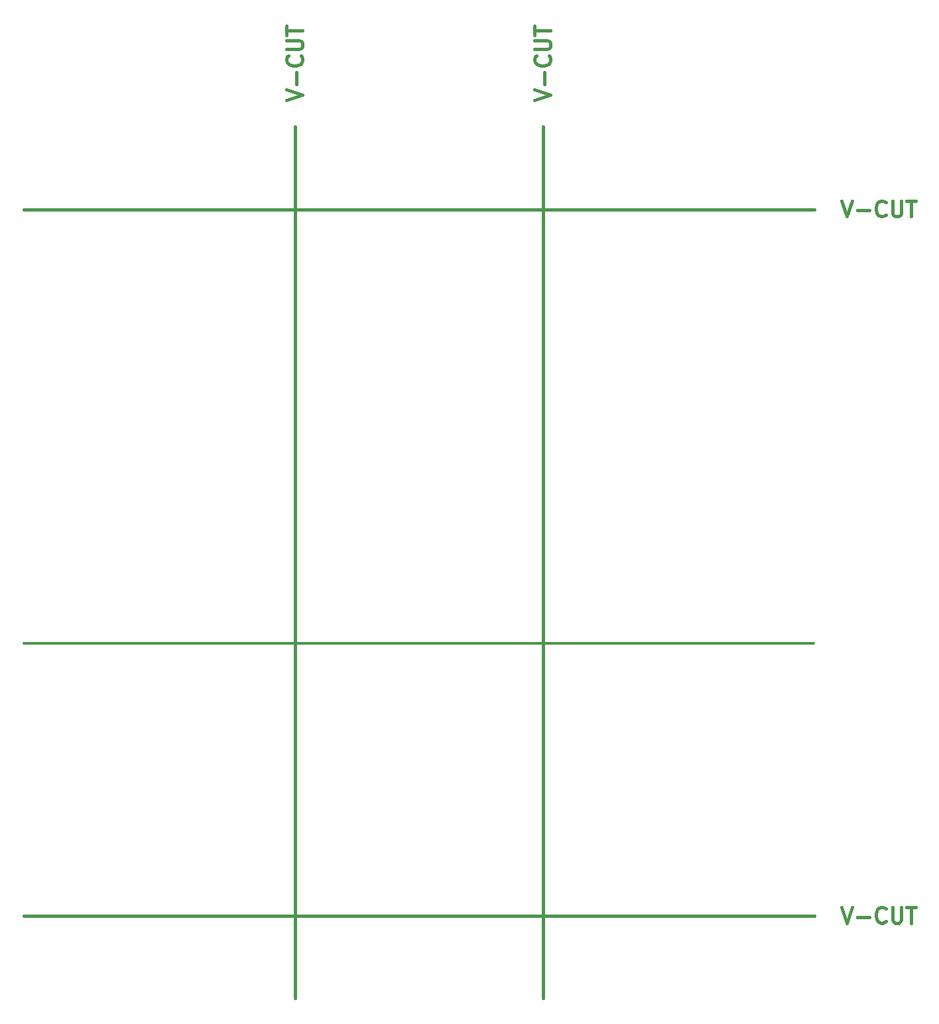
<source format=gbr>
%TF.GenerationSoftware,KiCad,Pcbnew,(6.0.5)*%
%TF.CreationDate,2022-11-09T23:01:59+01:00*%
%TF.ProjectId,piezo_driver_panel,7069657a-6f5f-4647-9269-7665725f7061,rev?*%
%TF.SameCoordinates,PXe4e1c0PYe4e1c0*%
%TF.FileFunction,Other,Comment*%
%FSLAX46Y46*%
G04 Gerber Fmt 4.6, Leading zero omitted, Abs format (unit mm)*
G04 Created by KiCad (PCBNEW (6.0.5)) date 2022-11-09 23:01:59*
%MOMM*%
%LPD*%
G01*
G04 APERTURE LIST*
%ADD10C,0.300000*%
%ADD11C,0.400000*%
G04 APERTURE END LIST*
D10*
X34550000Y-62950000D02*
X-3000000Y-62950000D01*
X66200000Y-62950000D02*
X28650000Y-62950000D01*
X97850000Y-62950000D02*
X60300000Y-62950000D01*
D11*
X-3000000Y-7500000D02*
X97950000Y-7500000D01*
X31645000Y3000000D02*
X31645000Y-108200000D01*
X63305000Y3000000D02*
X63305000Y-108200000D01*
X-3000000Y-97700000D02*
X97950000Y-97700000D01*
X101400476Y-6404761D02*
X102067142Y-8404761D01*
X102733809Y-6404761D01*
X103400476Y-7642857D02*
X104924285Y-7642857D01*
X107019523Y-8214285D02*
X106924285Y-8309523D01*
X106638571Y-8404761D01*
X106448095Y-8404761D01*
X106162380Y-8309523D01*
X105971904Y-8119047D01*
X105876666Y-7928571D01*
X105781428Y-7547619D01*
X105781428Y-7261904D01*
X105876666Y-6880952D01*
X105971904Y-6690476D01*
X106162380Y-6500000D01*
X106448095Y-6404761D01*
X106638571Y-6404761D01*
X106924285Y-6500000D01*
X107019523Y-6595238D01*
X107876666Y-6404761D02*
X107876666Y-8023809D01*
X107971904Y-8214285D01*
X108067142Y-8309523D01*
X108257619Y-8404761D01*
X108638571Y-8404761D01*
X108829047Y-8309523D01*
X108924285Y-8214285D01*
X109019523Y-8023809D01*
X109019523Y-6404761D01*
X109686190Y-6404761D02*
X110829047Y-6404761D01*
X110257619Y-8404761D02*
X110257619Y-6404761D01*
X101400476Y-96604761D02*
X102067142Y-98604761D01*
X102733809Y-96604761D01*
X103400476Y-97842857D02*
X104924285Y-97842857D01*
X107019523Y-98414285D02*
X106924285Y-98509523D01*
X106638571Y-98604761D01*
X106448095Y-98604761D01*
X106162380Y-98509523D01*
X105971904Y-98319047D01*
X105876666Y-98128571D01*
X105781428Y-97747619D01*
X105781428Y-97461904D01*
X105876666Y-97080952D01*
X105971904Y-96890476D01*
X106162380Y-96700000D01*
X106448095Y-96604761D01*
X106638571Y-96604761D01*
X106924285Y-96700000D01*
X107019523Y-96795238D01*
X107876666Y-96604761D02*
X107876666Y-98223809D01*
X107971904Y-98414285D01*
X108067142Y-98509523D01*
X108257619Y-98604761D01*
X108638571Y-98604761D01*
X108829047Y-98509523D01*
X108924285Y-98414285D01*
X109019523Y-98223809D01*
X109019523Y-96604761D01*
X109686190Y-96604761D02*
X110829047Y-96604761D01*
X110257619Y-98604761D02*
X110257619Y-96604761D01*
X30549761Y6450477D02*
X32549761Y7117143D01*
X30549761Y7783810D01*
X31787857Y8450477D02*
X31787857Y9974286D01*
X32359285Y12069524D02*
X32454523Y11974286D01*
X32549761Y11688572D01*
X32549761Y11498096D01*
X32454523Y11212381D01*
X32264047Y11021905D01*
X32073571Y10926667D01*
X31692619Y10831429D01*
X31406904Y10831429D01*
X31025952Y10926667D01*
X30835476Y11021905D01*
X30645000Y11212381D01*
X30549761Y11498096D01*
X30549761Y11688572D01*
X30645000Y11974286D01*
X30740238Y12069524D01*
X30549761Y12926667D02*
X32168809Y12926667D01*
X32359285Y13021905D01*
X32454523Y13117143D01*
X32549761Y13307620D01*
X32549761Y13688572D01*
X32454523Y13879048D01*
X32359285Y13974286D01*
X32168809Y14069524D01*
X30549761Y14069524D01*
X30549761Y14736191D02*
X30549761Y15879047D01*
X32549761Y15307619D02*
X30549761Y15307619D01*
X62209761Y6450477D02*
X64209761Y7117143D01*
X62209761Y7783810D01*
X63447857Y8450477D02*
X63447857Y9974286D01*
X64019285Y12069524D02*
X64114523Y11974286D01*
X64209761Y11688572D01*
X64209761Y11498096D01*
X64114523Y11212381D01*
X63924047Y11021905D01*
X63733571Y10926667D01*
X63352619Y10831429D01*
X63066904Y10831429D01*
X62685952Y10926667D01*
X62495476Y11021905D01*
X62305000Y11212381D01*
X62209761Y11498096D01*
X62209761Y11688572D01*
X62305000Y11974286D01*
X62400238Y12069524D01*
X62209761Y12926667D02*
X63828809Y12926667D01*
X64019285Y13021905D01*
X64114523Y13117143D01*
X64209761Y13307620D01*
X64209761Y13688572D01*
X64114523Y13879048D01*
X64019285Y13974286D01*
X63828809Y14069524D01*
X62209761Y14069524D01*
X62209761Y14736191D02*
X62209761Y15879047D01*
X64209761Y15307619D02*
X62209761Y15307619D01*
M02*

</source>
